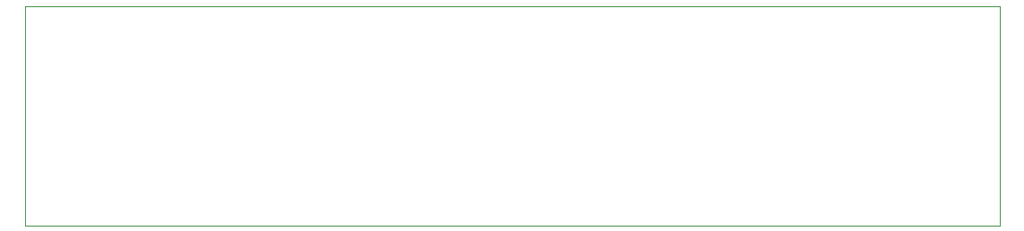
<source format=gbr>
G04 #@! TF.GenerationSoftware,KiCad,Pcbnew,8.0.6*
G04 #@! TF.CreationDate,2025-06-28T13:00:17+01:00*
G04 #@! TF.ProjectId,1x4,3178342e-6b69-4636-9164-5f7063625858,0.2*
G04 #@! TF.SameCoordinates,Original*
G04 #@! TF.FileFunction,Profile,NP*
%FSLAX46Y46*%
G04 Gerber Fmt 4.6, Leading zero omitted, Abs format (unit mm)*
G04 Created by KiCad (PCBNEW 8.0.6) date 2025-06-28 13:00:17*
%MOMM*%
%LPD*%
G01*
G04 APERTURE LIST*
G04 #@! TA.AperFunction,Profile*
%ADD10C,0.050000*%
G04 #@! TD*
G04 APERTURE END LIST*
D10*
X56134000Y-53086000D02*
X148336000Y-53086000D01*
X148336000Y-73914000D01*
X56134000Y-73914000D01*
X56134000Y-53086000D01*
M02*

</source>
